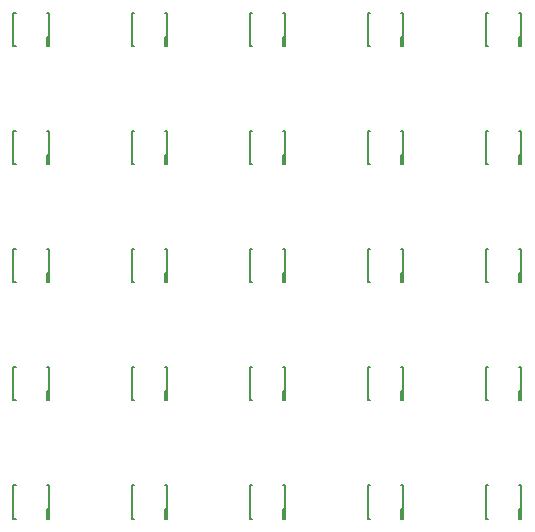
<source format=gbo>
G75*
%MOIN*%
%OFA0B0*%
%FSLAX25Y25*%
%IPPOS*%
%LPD*%
%AMOC8*
5,1,8,0,0,1.08239X$1,22.5*
%
%ADD10C,0.00500*%
D10*
X0054150Y0042929D02*
X0054150Y0053953D01*
X0054937Y0053953D01*
X0065173Y0053953D02*
X0065961Y0053953D01*
X0065961Y0046079D01*
X0065173Y0046079D01*
X0065173Y0043126D01*
X0065173Y0042929D02*
X0065961Y0042929D01*
X0065961Y0046079D01*
X0065567Y0045882D02*
X0065567Y0043126D01*
X0054937Y0042929D02*
X0054150Y0042929D01*
X0093520Y0042929D02*
X0093520Y0053953D01*
X0094307Y0053953D01*
X0104543Y0053953D02*
X0105331Y0053953D01*
X0105331Y0046079D01*
X0104543Y0046079D01*
X0104543Y0043126D01*
X0104543Y0042929D02*
X0105331Y0042929D01*
X0105331Y0046079D01*
X0104937Y0045882D02*
X0104937Y0043126D01*
X0094307Y0042929D02*
X0093520Y0042929D01*
X0132890Y0042929D02*
X0132890Y0053953D01*
X0133677Y0053953D01*
X0143913Y0053953D02*
X0144701Y0053953D01*
X0144701Y0046079D01*
X0143913Y0046079D01*
X0143913Y0043126D01*
X0143913Y0042929D02*
X0144701Y0042929D01*
X0144701Y0046079D01*
X0144307Y0045882D02*
X0144307Y0043126D01*
X0133677Y0042929D02*
X0132890Y0042929D01*
X0172260Y0042929D02*
X0172260Y0053953D01*
X0173047Y0053953D01*
X0183283Y0053953D02*
X0184071Y0053953D01*
X0184071Y0046079D01*
X0183283Y0046079D01*
X0183283Y0043126D01*
X0183283Y0042929D02*
X0184071Y0042929D01*
X0184071Y0046079D01*
X0183677Y0045882D02*
X0183677Y0043126D01*
X0173047Y0042929D02*
X0172260Y0042929D01*
X0211630Y0042929D02*
X0211630Y0053953D01*
X0212417Y0053953D01*
X0222654Y0053953D02*
X0223441Y0053953D01*
X0223441Y0046079D01*
X0222654Y0046079D01*
X0222654Y0043126D01*
X0222654Y0042929D02*
X0223441Y0042929D01*
X0223441Y0046079D01*
X0223047Y0045882D02*
X0223047Y0043126D01*
X0212417Y0042929D02*
X0211630Y0042929D01*
X0211630Y0082299D02*
X0211630Y0093323D01*
X0212417Y0093323D01*
X0222654Y0093323D02*
X0223441Y0093323D01*
X0223441Y0085449D01*
X0222654Y0085449D01*
X0222654Y0082496D01*
X0222654Y0082299D02*
X0223441Y0082299D01*
X0223441Y0085449D01*
X0223047Y0085252D02*
X0223047Y0082496D01*
X0212417Y0082299D02*
X0211630Y0082299D01*
X0184071Y0082299D02*
X0184071Y0085449D01*
X0183283Y0085449D01*
X0183283Y0082496D01*
X0183283Y0082299D02*
X0184071Y0082299D01*
X0183677Y0082496D02*
X0183677Y0085252D01*
X0184071Y0085449D02*
X0184071Y0093323D01*
X0183283Y0093323D01*
X0173047Y0093323D02*
X0172260Y0093323D01*
X0172260Y0082299D01*
X0173047Y0082299D01*
X0144701Y0082299D02*
X0144701Y0085449D01*
X0143913Y0085449D01*
X0143913Y0082496D01*
X0143913Y0082299D02*
X0144701Y0082299D01*
X0144307Y0082496D02*
X0144307Y0085252D01*
X0144701Y0085449D02*
X0144701Y0093323D01*
X0143913Y0093323D01*
X0133677Y0093323D02*
X0132890Y0093323D01*
X0132890Y0082299D01*
X0133677Y0082299D01*
X0105331Y0082299D02*
X0105331Y0085449D01*
X0104543Y0085449D01*
X0104543Y0082496D01*
X0104543Y0082299D02*
X0105331Y0082299D01*
X0104937Y0082496D02*
X0104937Y0085252D01*
X0105331Y0085449D02*
X0105331Y0093323D01*
X0104543Y0093323D01*
X0094307Y0093323D02*
X0093520Y0093323D01*
X0093520Y0082299D01*
X0094307Y0082299D01*
X0065961Y0082299D02*
X0065961Y0085449D01*
X0065173Y0085449D01*
X0065173Y0082496D01*
X0065173Y0082299D02*
X0065961Y0082299D01*
X0065567Y0082496D02*
X0065567Y0085252D01*
X0065961Y0085449D02*
X0065961Y0093323D01*
X0065173Y0093323D01*
X0054937Y0093323D02*
X0054150Y0093323D01*
X0054150Y0082299D01*
X0054937Y0082299D01*
X0054937Y0121669D02*
X0054150Y0121669D01*
X0054150Y0132693D01*
X0054937Y0132693D01*
X0065173Y0132693D02*
X0065961Y0132693D01*
X0065961Y0124819D01*
X0065173Y0124819D01*
X0065173Y0121866D01*
X0065173Y0121669D02*
X0065961Y0121669D01*
X0065961Y0124819D01*
X0065567Y0124622D02*
X0065567Y0121866D01*
X0093520Y0121669D02*
X0093520Y0132693D01*
X0094307Y0132693D01*
X0104543Y0132693D02*
X0105331Y0132693D01*
X0105331Y0124819D01*
X0104543Y0124819D01*
X0104543Y0121866D01*
X0104543Y0121669D02*
X0105331Y0121669D01*
X0105331Y0124819D01*
X0104937Y0124622D02*
X0104937Y0121866D01*
X0094307Y0121669D02*
X0093520Y0121669D01*
X0132890Y0121669D02*
X0132890Y0132693D01*
X0133677Y0132693D01*
X0143913Y0132693D02*
X0144701Y0132693D01*
X0144701Y0124819D01*
X0143913Y0124819D01*
X0143913Y0121866D01*
X0143913Y0121669D02*
X0144701Y0121669D01*
X0144701Y0124819D01*
X0144307Y0124622D02*
X0144307Y0121866D01*
X0133677Y0121669D02*
X0132890Y0121669D01*
X0172260Y0121669D02*
X0172260Y0132693D01*
X0173047Y0132693D01*
X0183283Y0132693D02*
X0184071Y0132693D01*
X0184071Y0124819D01*
X0183283Y0124819D01*
X0183283Y0121866D01*
X0183283Y0121669D02*
X0184071Y0121669D01*
X0184071Y0124819D01*
X0183677Y0124622D02*
X0183677Y0121866D01*
X0173047Y0121669D02*
X0172260Y0121669D01*
X0211630Y0121669D02*
X0211630Y0132693D01*
X0212417Y0132693D01*
X0222654Y0132693D02*
X0223441Y0132693D01*
X0223441Y0124819D01*
X0222654Y0124819D01*
X0222654Y0121866D01*
X0222654Y0121669D02*
X0223441Y0121669D01*
X0223441Y0124819D01*
X0223047Y0124622D02*
X0223047Y0121866D01*
X0212417Y0121669D02*
X0211630Y0121669D01*
X0211630Y0161039D02*
X0211630Y0172063D01*
X0212417Y0172063D01*
X0222654Y0172063D02*
X0223441Y0172063D01*
X0223441Y0164189D01*
X0222654Y0164189D01*
X0222654Y0161236D01*
X0222654Y0161039D02*
X0223441Y0161039D01*
X0223441Y0164189D01*
X0223047Y0163992D02*
X0223047Y0161236D01*
X0212417Y0161039D02*
X0211630Y0161039D01*
X0184071Y0161039D02*
X0184071Y0164189D01*
X0183283Y0164189D01*
X0183283Y0161236D01*
X0183283Y0161039D02*
X0184071Y0161039D01*
X0183677Y0161236D02*
X0183677Y0163992D01*
X0184071Y0164189D02*
X0184071Y0172063D01*
X0183283Y0172063D01*
X0173047Y0172063D02*
X0172260Y0172063D01*
X0172260Y0161039D01*
X0173047Y0161039D01*
X0144701Y0161039D02*
X0144701Y0164189D01*
X0143913Y0164189D01*
X0143913Y0161236D01*
X0143913Y0161039D02*
X0144701Y0161039D01*
X0144307Y0161236D02*
X0144307Y0163992D01*
X0144701Y0164189D02*
X0144701Y0172063D01*
X0143913Y0172063D01*
X0133677Y0172063D02*
X0132890Y0172063D01*
X0132890Y0161039D01*
X0133677Y0161039D01*
X0105331Y0161039D02*
X0105331Y0164189D01*
X0104543Y0164189D01*
X0104543Y0161236D01*
X0104543Y0161039D02*
X0105331Y0161039D01*
X0104937Y0161236D02*
X0104937Y0163992D01*
X0105331Y0164189D02*
X0105331Y0172063D01*
X0104543Y0172063D01*
X0094307Y0172063D02*
X0093520Y0172063D01*
X0093520Y0161039D01*
X0094307Y0161039D01*
X0065961Y0161039D02*
X0065961Y0164189D01*
X0065173Y0164189D01*
X0065173Y0161236D01*
X0065173Y0161039D02*
X0065961Y0161039D01*
X0065567Y0161236D02*
X0065567Y0163992D01*
X0065961Y0164189D02*
X0065961Y0172063D01*
X0065173Y0172063D01*
X0054937Y0172063D02*
X0054150Y0172063D01*
X0054150Y0161039D01*
X0054937Y0161039D01*
X0054937Y0200409D02*
X0054150Y0200409D01*
X0054150Y0211433D01*
X0054937Y0211433D01*
X0065173Y0211433D02*
X0065961Y0211433D01*
X0065961Y0203559D01*
X0065173Y0203559D01*
X0065173Y0200606D01*
X0065173Y0200409D02*
X0065961Y0200409D01*
X0065961Y0203559D01*
X0065567Y0203362D02*
X0065567Y0200606D01*
X0093520Y0200409D02*
X0093520Y0211433D01*
X0094307Y0211433D01*
X0104543Y0211433D02*
X0105331Y0211433D01*
X0105331Y0203559D01*
X0104543Y0203559D01*
X0104543Y0200606D01*
X0104543Y0200409D02*
X0105331Y0200409D01*
X0105331Y0203559D01*
X0104937Y0203362D02*
X0104937Y0200606D01*
X0094307Y0200409D02*
X0093520Y0200409D01*
X0132890Y0200409D02*
X0132890Y0211433D01*
X0133677Y0211433D01*
X0143913Y0211433D02*
X0144701Y0211433D01*
X0144701Y0203559D01*
X0143913Y0203559D01*
X0143913Y0200606D01*
X0143913Y0200409D02*
X0144701Y0200409D01*
X0144701Y0203559D01*
X0144307Y0203362D02*
X0144307Y0200606D01*
X0133677Y0200409D02*
X0132890Y0200409D01*
X0172260Y0200409D02*
X0172260Y0211433D01*
X0173047Y0211433D01*
X0183283Y0211433D02*
X0184071Y0211433D01*
X0184071Y0203559D01*
X0183283Y0203559D01*
X0183283Y0200606D01*
X0183283Y0200409D02*
X0184071Y0200409D01*
X0184071Y0203559D01*
X0183677Y0203362D02*
X0183677Y0200606D01*
X0173047Y0200409D02*
X0172260Y0200409D01*
X0211630Y0200409D02*
X0211630Y0211433D01*
X0212417Y0211433D01*
X0222654Y0211433D02*
X0223441Y0211433D01*
X0223441Y0203559D01*
X0222654Y0203559D01*
X0222654Y0200606D01*
X0222654Y0200409D02*
X0223441Y0200409D01*
X0223441Y0203559D01*
X0223047Y0203362D02*
X0223047Y0200606D01*
X0212417Y0200409D02*
X0211630Y0200409D01*
M02*

</source>
